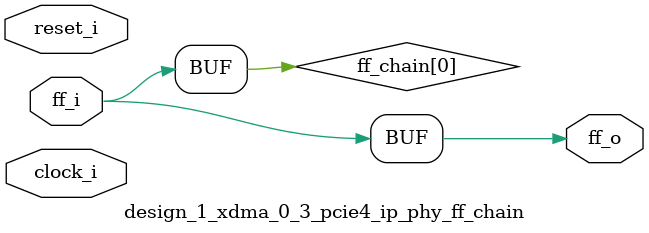
<source format=v>
/*****************************************************************************
** Description:
**    Flop Chain
**
******************************************************************************/

`timescale 1ps/1ps

`define AS_PHYREG(clk, reset, q, d, rstval)  \
   always @(posedge clk or posedge reset) begin \
      if (reset) \
         q  <= #(TCQ)   rstval;  \
      else  \
         q  <= #(TCQ)   d; \
   end

`define PHYREG(clk, reset, q, d, rstval)  \
   always @(posedge clk) begin \
      if (reset) \
         q  <= #(TCQ)   rstval;  \
      else  \
         q  <= #(TCQ)   d; \
   end

(* DowngradeIPIdentifiedWarnings = "yes" *)
module design_1_xdma_0_3_pcie4_ip_phy_ff_chain #(
   // Parameters
   parameter integer PIPELINE_STAGES   = 0,        // 0 = no pipeline; 1 = 1 stage; 2 = 2 stages; 3 = 3 stages
   parameter         ASYNC             = "FALSE",
   parameter integer FF_WIDTH          = 1,
   parameter integer RST_VAL           = 0,
   parameter integer TCQ               = 1
)  (   
   input  wire                         clock_i,          
   input  wire                         reset_i,           
   input  wire [FF_WIDTH-1:0]          ff_i,            
   output wire [FF_WIDTH-1:0]          ff_o        
   );

   genvar   var_i;

   reg   [FF_WIDTH-1:0]          ff_chain [PIPELINE_STAGES:0];

   always @(*) ff_chain[0] = ff_i;

generate
   if (PIPELINE_STAGES > 0) begin:  with_ff_chain
      for (var_i = 0; var_i < PIPELINE_STAGES; var_i = var_i + 1) begin: ff_chain_gen
         if (ASYNC == "TRUE") begin: async_rst
            `AS_PHYREG(clock_i, reset_i, ff_chain[var_i+1], ff_chain[var_i], RST_VAL)
         end else begin: sync_rst
            `PHYREG(clock_i, reset_i, ff_chain[var_i+1], ff_chain[var_i], RST_VAL)
         end
      end
   end
endgenerate

   assign ff_o = ff_chain[PIPELINE_STAGES];

endmodule

</source>
